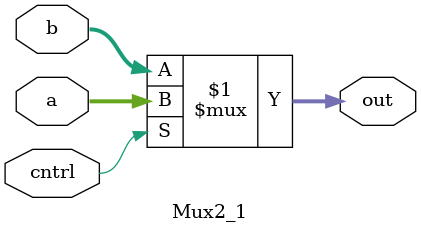
<source format=v>
`timescale 1ns / 1ps


module Mux2_1(
    input cntrl,
    input [31:0]a,
    input [31:0]b,
    output [31:0]out
    );
assign out = cntrl ? a : b;
endmodule

</source>
